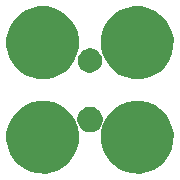
<source format=gts>
%TF.GenerationSoftware,KiCad,Pcbnew,4.0.5-e0-6337~49~ubuntu16.04.1*%
%TF.CreationDate,2017-01-18T12:32:22-08:00*%
%TF.ProjectId,2x2-LED-TH-5mm-Pitch,3278322D4C45442D54482D356D6D2D50,1.0*%
%TF.FileFunction,Soldermask,Top*%
%FSLAX46Y46*%
G04 Gerber Fmt 4.6, Leading zero omitted, Abs format (unit mm)*
G04 Created by KiCad (PCBNEW 4.0.5-e0-6337~49~ubuntu16.04.1) date Wed Jan 18 12:32:22 2017*
%MOMM*%
%LPD*%
G01*
G04 APERTURE LIST*
%ADD10C,0.350000*%
G04 APERTURE END LIST*
D10*
G36*
X130880110Y-101192847D02*
X131471055Y-101314151D01*
X132027198Y-101547932D01*
X132527334Y-101885278D01*
X132952421Y-102313343D01*
X133286266Y-102815821D01*
X133516156Y-103373576D01*
X133633264Y-103965014D01*
X133633264Y-103965024D01*
X133633331Y-103965363D01*
X133623710Y-104654416D01*
X133623633Y-104654754D01*
X133623633Y-104654762D01*
X133490057Y-105242701D01*
X133244685Y-105793816D01*
X132896937Y-106286778D01*
X132460062Y-106702809D01*
X131950700Y-107026061D01*
X131388254Y-107244219D01*
X130794147Y-107348976D01*
X130191003Y-107336342D01*
X129601800Y-107206797D01*
X129048982Y-106965277D01*
X128553607Y-106620982D01*
X128134537Y-106187023D01*
X127807738Y-105679930D01*
X127585656Y-105119014D01*
X127476755Y-104525658D01*
X127485177Y-103922441D01*
X127610606Y-103332347D01*
X127848259Y-102777858D01*
X128189091Y-102280088D01*
X128620112Y-101858000D01*
X129124913Y-101527668D01*
X129684259Y-101301677D01*
X130276845Y-101188636D01*
X130880110Y-101192847D01*
X130880110Y-101192847D01*
G37*
G36*
X138880110Y-101192847D02*
X139471055Y-101314151D01*
X140027198Y-101547932D01*
X140527334Y-101885278D01*
X140952421Y-102313343D01*
X141286266Y-102815821D01*
X141516156Y-103373576D01*
X141633264Y-103965014D01*
X141633264Y-103965024D01*
X141633331Y-103965363D01*
X141623710Y-104654416D01*
X141623633Y-104654754D01*
X141623633Y-104654762D01*
X141490057Y-105242701D01*
X141244685Y-105793816D01*
X140896937Y-106286778D01*
X140460062Y-106702809D01*
X139950700Y-107026061D01*
X139388254Y-107244219D01*
X138794147Y-107348976D01*
X138191003Y-107336342D01*
X137601800Y-107206797D01*
X137048982Y-106965277D01*
X136553607Y-106620982D01*
X136134537Y-106187023D01*
X135807738Y-105679930D01*
X135585656Y-105119014D01*
X135476755Y-104525658D01*
X135485177Y-103922441D01*
X135610606Y-103332347D01*
X135848259Y-102777858D01*
X136189091Y-102280088D01*
X136620112Y-101858000D01*
X137124913Y-101527668D01*
X137684259Y-101301677D01*
X138276845Y-101188636D01*
X138880110Y-101192847D01*
X138880110Y-101192847D01*
G37*
G36*
X134670042Y-101691515D02*
X134876777Y-101733952D01*
X135071347Y-101815741D01*
X135246318Y-101933761D01*
X135395033Y-102083518D01*
X135511827Y-102259308D01*
X135592253Y-102454436D01*
X135633178Y-102661124D01*
X135633178Y-102661129D01*
X135633246Y-102661473D01*
X135629880Y-102902536D01*
X135629803Y-102902874D01*
X135629803Y-102902883D01*
X135583122Y-103108349D01*
X135497281Y-103301152D01*
X135375621Y-103473615D01*
X135222782Y-103619162D01*
X135044584Y-103732250D01*
X134847810Y-103808573D01*
X134639967Y-103845222D01*
X134428957Y-103840802D01*
X134222825Y-103795481D01*
X134029422Y-103710985D01*
X133856119Y-103590536D01*
X133709508Y-103438717D01*
X133595178Y-103261310D01*
X133517481Y-103065072D01*
X133479384Y-102857492D01*
X133482330Y-102646458D01*
X133526211Y-102440013D01*
X133609353Y-102246028D01*
X133728593Y-102071883D01*
X133879384Y-101924217D01*
X134055988Y-101808651D01*
X134251675Y-101729588D01*
X134458987Y-101690042D01*
X134670042Y-101691515D01*
X134670042Y-101691515D01*
G37*
G36*
X130880110Y-93192847D02*
X131471055Y-93314151D01*
X132027198Y-93547932D01*
X132527334Y-93885278D01*
X132952421Y-94313343D01*
X133286266Y-94815821D01*
X133516156Y-95373576D01*
X133633264Y-95965014D01*
X133633264Y-95965024D01*
X133633331Y-95965363D01*
X133623710Y-96654416D01*
X133623633Y-96654754D01*
X133623633Y-96654762D01*
X133490057Y-97242701D01*
X133244685Y-97793816D01*
X132896937Y-98286778D01*
X132460062Y-98702809D01*
X131950700Y-99026061D01*
X131388254Y-99244219D01*
X130794147Y-99348976D01*
X130191003Y-99336342D01*
X129601800Y-99206797D01*
X129048982Y-98965277D01*
X128553607Y-98620982D01*
X128134537Y-98187023D01*
X127807738Y-97679930D01*
X127585656Y-97119014D01*
X127476755Y-96525658D01*
X127485177Y-95922441D01*
X127610606Y-95332347D01*
X127848259Y-94777858D01*
X128189091Y-94280088D01*
X128620112Y-93858000D01*
X129124913Y-93527668D01*
X129684259Y-93301677D01*
X130276845Y-93188636D01*
X130880110Y-93192847D01*
X130880110Y-93192847D01*
G37*
G36*
X138880110Y-93192847D02*
X139471055Y-93314151D01*
X140027198Y-93547932D01*
X140527334Y-93885278D01*
X140952421Y-94313343D01*
X141286266Y-94815821D01*
X141516156Y-95373576D01*
X141633264Y-95965014D01*
X141633264Y-95965024D01*
X141633331Y-95965363D01*
X141623710Y-96654416D01*
X141623633Y-96654754D01*
X141623633Y-96654762D01*
X141490057Y-97242701D01*
X141244685Y-97793816D01*
X140896937Y-98286778D01*
X140460062Y-98702809D01*
X139950700Y-99026061D01*
X139388254Y-99244219D01*
X138794147Y-99348976D01*
X138191003Y-99336342D01*
X137601800Y-99206797D01*
X137048982Y-98965277D01*
X136553607Y-98620982D01*
X136134537Y-98187023D01*
X135807738Y-97679930D01*
X135585656Y-97119014D01*
X135476755Y-96525658D01*
X135485177Y-95922441D01*
X135610606Y-95332347D01*
X135848259Y-94777858D01*
X136189091Y-94280088D01*
X136620112Y-93858000D01*
X137124913Y-93527668D01*
X137684259Y-93301677D01*
X138276845Y-93188636D01*
X138880110Y-93192847D01*
X138880110Y-93192847D01*
G37*
G36*
X134664790Y-96741481D02*
X134861921Y-96781947D01*
X135047451Y-96859937D01*
X135214292Y-96972473D01*
X135356098Y-97115272D01*
X135467466Y-97282895D01*
X135544156Y-97468958D01*
X135583176Y-97666027D01*
X135583176Y-97666032D01*
X135583244Y-97666376D01*
X135580034Y-97896239D01*
X135579957Y-97896577D01*
X135579957Y-97896586D01*
X135535449Y-98092490D01*
X135453596Y-98276335D01*
X135337588Y-98440786D01*
X135191850Y-98579571D01*
X135021931Y-98687405D01*
X134834299Y-98760182D01*
X134636112Y-98795128D01*
X134434905Y-98790913D01*
X134238351Y-98747699D01*
X134053933Y-98667128D01*
X133888682Y-98552275D01*
X133748882Y-98407509D01*
X133639864Y-98238345D01*
X133565777Y-98051224D01*
X133529449Y-97853288D01*
X133532258Y-97652058D01*
X133574102Y-97455205D01*
X133653380Y-97270232D01*
X133767080Y-97104178D01*
X133910865Y-96963373D01*
X134079265Y-96853176D01*
X134265860Y-96777786D01*
X134463540Y-96740077D01*
X134664790Y-96741481D01*
X134664790Y-96741481D01*
G37*
M02*

</source>
